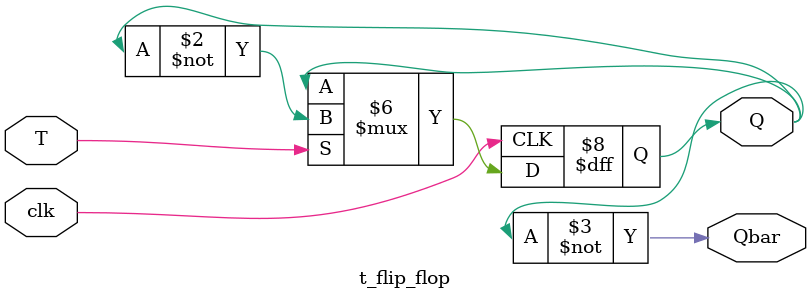
<source format=v>
module t_flip_flop(
    input wire T,
    input wire clk,    
    output reg Q,
    output wire Qbar
);
    initial Q = 0;

    always @(posedge clk) begin
        if (T)
            Q <= ~Q;     
        else
            Q <= Q;     
    end

    assign Qbar = ~Q;
endmodule

</source>
